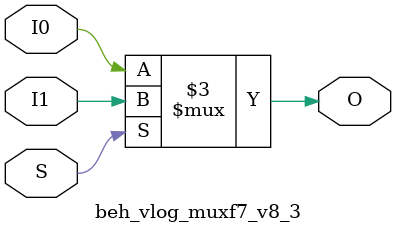
<source format=v>
module beh_vlog_muxf7_v8_3 (O, I0, I1, S);
    output O;
    reg    O;
    input  I0, I1, S;
	always @(I0 or I1 or S) 
	    if (S)
		O = I1;
	    else
		O = I0;
endmodule
</source>
